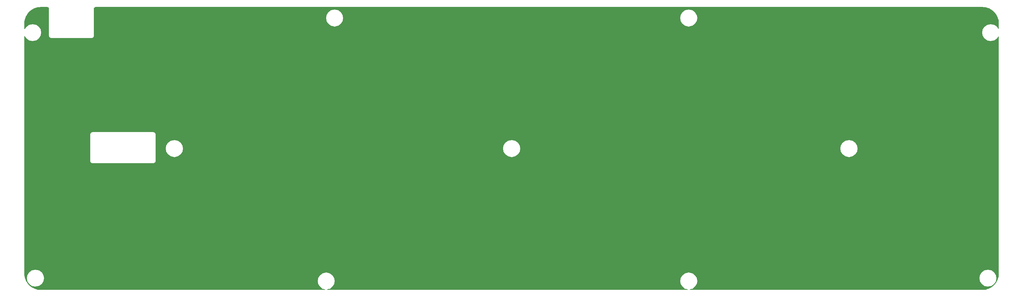
<source format=gtl>
G04 #@! TF.GenerationSoftware,KiCad,Pcbnew,8.0.5*
G04 #@! TF.CreationDate,2024-09-18T07:56:29+09:00*
G04 #@! TF.ProjectId,SandyLP_Plate_Bottom,53616e64-794c-4505-9f50-6c6174655f42,v.0*
G04 #@! TF.SameCoordinates,Original*
G04 #@! TF.FileFunction,Copper,L1,Top*
G04 #@! TF.FilePolarity,Positive*
%FSLAX46Y46*%
G04 Gerber Fmt 4.6, Leading zero omitted, Abs format (unit mm)*
G04 Created by KiCad (PCBNEW 8.0.5) date 2024-09-18 07:56:29*
%MOMM*%
%LPD*%
G01*
G04 APERTURE LIST*
G04 APERTURE END LIST*
G04 #@! TA.AperFunction,NonConductor*
G36*
X28076632Y-34598462D02*
G01*
X28089722Y-34600185D01*
X28173615Y-34611230D01*
X28198572Y-34617916D01*
X28282906Y-34652849D01*
X28305280Y-34665766D01*
X28377701Y-34721338D01*
X28395971Y-34739609D01*
X28451534Y-34812022D01*
X28464456Y-34834404D01*
X28499385Y-34918734D01*
X28506073Y-34943699D01*
X28518852Y-35040787D01*
X28519699Y-35053706D01*
X28519699Y-42606098D01*
X28519684Y-42606144D01*
X28519686Y-42721031D01*
X28519687Y-42721036D01*
X28519687Y-42721037D01*
X28548532Y-42866031D01*
X28548533Y-42866034D01*
X28548535Y-42866041D01*
X28589511Y-42964959D01*
X28605109Y-43002613D01*
X28687244Y-43125533D01*
X28687245Y-43125534D01*
X28791781Y-43230068D01*
X28914697Y-43312197D01*
X28914699Y-43312198D01*
X28914702Y-43312200D01*
X29051285Y-43368773D01*
X29196281Y-43397615D01*
X29240263Y-43397615D01*
X40400057Y-43397615D01*
X40400083Y-43397617D01*
X40404900Y-43397617D01*
X40404961Y-43397636D01*
X40445944Y-43397634D01*
X40445944Y-43397635D01*
X40519861Y-43397632D01*
X40664854Y-43368783D01*
X40801433Y-43312204D01*
X40924351Y-43230069D01*
X41028884Y-43125532D01*
X41111016Y-43002611D01*
X41167591Y-42866030D01*
X41196434Y-42721036D01*
X41196435Y-42647119D01*
X41196435Y-42612768D01*
X41196435Y-37719030D01*
X106764685Y-37719030D01*
X106864685Y-38519031D01*
X107162235Y-38995110D01*
X107364685Y-39319030D01*
X108164685Y-39919030D01*
X108898017Y-40065696D01*
X109164683Y-40119030D01*
X109164685Y-40119030D01*
X109164687Y-40119030D01*
X109664685Y-40019030D01*
X110164685Y-39919030D01*
X110964685Y-39319030D01*
X111464685Y-38519030D01*
X111564685Y-37719030D01*
X206777185Y-37719030D01*
X206877185Y-38519031D01*
X207310865Y-39212918D01*
X207377185Y-39319030D01*
X208177185Y-39919030D01*
X208510518Y-39985696D01*
X209177183Y-40119030D01*
X209177185Y-40119030D01*
X209177187Y-40119030D01*
X209677185Y-40019030D01*
X210177185Y-39919030D01*
X210977185Y-39319030D01*
X211477185Y-38519030D01*
X211577185Y-37719030D01*
X211477185Y-36919030D01*
X211467557Y-36903626D01*
X210977185Y-36119030D01*
X210749746Y-35948451D01*
X210177185Y-35519030D01*
X210177184Y-35519029D01*
X210177183Y-35519029D01*
X209177187Y-35319030D01*
X209177183Y-35319030D01*
X208177186Y-35519029D01*
X207377184Y-36119030D01*
X206877185Y-36919028D01*
X206777185Y-37719030D01*
X111564685Y-37719030D01*
X111464685Y-36919030D01*
X111455057Y-36903626D01*
X111452778Y-36899980D01*
X110964685Y-36119030D01*
X110164685Y-35519030D01*
X110164684Y-35519029D01*
X110164683Y-35519029D01*
X109164687Y-35319030D01*
X109164683Y-35319030D01*
X108164686Y-35519029D01*
X107364684Y-36119030D01*
X106864685Y-36919028D01*
X106764685Y-37719030D01*
X41196435Y-37719030D01*
X41196435Y-35053596D01*
X41197282Y-35040676D01*
X41198722Y-35029734D01*
X41210048Y-34943691D01*
X41216733Y-34918741D01*
X41251666Y-34834403D01*
X41264583Y-34812030D01*
X41320157Y-34739607D01*
X41338421Y-34721344D01*
X41410842Y-34665776D01*
X41433213Y-34652860D01*
X41517549Y-34617931D01*
X41542509Y-34611244D01*
X41639653Y-34598460D01*
X41652564Y-34597615D01*
X41680277Y-34597617D01*
X41680278Y-34597616D01*
X41691786Y-34597617D01*
X41691813Y-34597615D01*
X292118768Y-34597615D01*
X292123086Y-34597708D01*
X292518588Y-34614979D01*
X292527171Y-34615731D01*
X292917513Y-34667123D01*
X292926015Y-34668622D01*
X293310392Y-34753840D01*
X293318693Y-34756064D01*
X293694204Y-34874464D01*
X293702313Y-34877416D01*
X294066044Y-35028081D01*
X294073859Y-35031725D01*
X294423091Y-35213526D01*
X294430551Y-35217834D01*
X294762591Y-35429368D01*
X294762602Y-35429375D01*
X294769673Y-35434326D01*
X294964627Y-35583922D01*
X295082019Y-35674001D01*
X295088635Y-35679553D01*
X295378895Y-35945530D01*
X295385002Y-35951637D01*
X295650982Y-36241907D01*
X295656533Y-36248523D01*
X295896198Y-36560862D01*
X295901152Y-36567937D01*
X296112684Y-36899980D01*
X296117002Y-36907459D01*
X296298791Y-37256676D01*
X296302441Y-37264504D01*
X296453100Y-37628231D01*
X296456054Y-37636347D01*
X296574440Y-38011827D01*
X296576675Y-38020169D01*
X296661884Y-38404530D01*
X296663384Y-38413035D01*
X296714771Y-38803366D01*
X296715524Y-38811970D01*
X296732841Y-39208600D01*
X296732935Y-39212918D01*
X296732935Y-40674911D01*
X296714028Y-40733102D01*
X296664528Y-40769066D01*
X296603342Y-40769066D01*
X296553842Y-40733102D01*
X296549983Y-40727381D01*
X296245935Y-40240905D01*
X295816768Y-39919030D01*
X295445935Y-39640905D01*
X295445934Y-39640904D01*
X295445933Y-39640904D01*
X294445937Y-39440905D01*
X294445933Y-39440905D01*
X293445936Y-39640904D01*
X292645934Y-40240905D01*
X292145935Y-41040903D01*
X292045935Y-41840905D01*
X292145935Y-42640906D01*
X292645934Y-43440904D01*
X292645935Y-43440905D01*
X293445935Y-44040905D01*
X293779268Y-44107571D01*
X294445933Y-44240905D01*
X294445935Y-44240905D01*
X294445937Y-44240905D01*
X294945935Y-44140905D01*
X295445935Y-44040905D01*
X296245935Y-43440905D01*
X296549983Y-42954427D01*
X296596858Y-42915103D01*
X296657894Y-42910841D01*
X296709779Y-42943269D01*
X296732694Y-43000001D01*
X296732935Y-43006898D01*
X296732935Y-109994948D01*
X296732841Y-109999267D01*
X296715572Y-110394762D01*
X296714819Y-110403365D01*
X296663430Y-110793695D01*
X296661930Y-110802201D01*
X296576718Y-111186566D01*
X296574483Y-111194908D01*
X296456093Y-111570389D01*
X296453139Y-111578505D01*
X296302476Y-111942239D01*
X296298826Y-111950066D01*
X296117038Y-112299276D01*
X296112720Y-112306756D01*
X295901178Y-112638811D01*
X295896224Y-112645885D01*
X295656561Y-112958221D01*
X295651010Y-112964837D01*
X295385028Y-113255107D01*
X295378921Y-113261214D01*
X295088658Y-113527192D01*
X295082042Y-113532744D01*
X294769688Y-113772423D01*
X294762613Y-113777376D01*
X294430581Y-113988906D01*
X294423102Y-113993225D01*
X294073885Y-114175018D01*
X294066057Y-114178668D01*
X293702324Y-114329332D01*
X293694209Y-114332286D01*
X293318727Y-114450678D01*
X293310384Y-114452913D01*
X292926022Y-114538126D01*
X292917517Y-114539626D01*
X292527183Y-114591017D01*
X292518579Y-114591770D01*
X292123545Y-114609021D01*
X292119226Y-114609115D01*
X209570313Y-114609115D01*
X209512122Y-114590208D01*
X209476158Y-114540708D01*
X209476158Y-114479522D01*
X209512122Y-114430022D01*
X209550897Y-114413038D01*
X209864040Y-114350409D01*
X210177185Y-114287780D01*
X210977185Y-113687780D01*
X211477185Y-112887780D01*
X211577185Y-112087780D01*
X211477185Y-111287780D01*
X291245935Y-111287780D01*
X291345935Y-112087781D01*
X291845934Y-112887779D01*
X291845935Y-112887780D01*
X292645935Y-113487780D01*
X292842995Y-113527192D01*
X293645933Y-113687780D01*
X293645935Y-113687780D01*
X293645937Y-113687780D01*
X294145935Y-113587780D01*
X294645935Y-113487780D01*
X295445935Y-112887780D01*
X295945935Y-112087780D01*
X296045935Y-111287780D01*
X295945935Y-110487780D01*
X295445935Y-109687780D01*
X294645935Y-109087780D01*
X294645934Y-109087779D01*
X294645933Y-109087779D01*
X293645937Y-108887780D01*
X293645933Y-108887780D01*
X292645936Y-109087779D01*
X291845934Y-109687780D01*
X291345935Y-110487778D01*
X291245935Y-111287780D01*
X211477185Y-111287780D01*
X211419139Y-111194907D01*
X210977185Y-110487780D01*
X210325834Y-109999267D01*
X210177185Y-109887780D01*
X210177184Y-109887779D01*
X210177183Y-109887779D01*
X209177187Y-109687780D01*
X209177183Y-109687780D01*
X208177186Y-109887779D01*
X207377184Y-110487780D01*
X206877185Y-111287778D01*
X206777185Y-112087780D01*
X206877185Y-112887781D01*
X207377184Y-113687779D01*
X207377185Y-113687780D01*
X208177185Y-114287780D01*
X208384890Y-114329321D01*
X208803473Y-114413038D01*
X208856825Y-114442990D01*
X208882383Y-114498582D01*
X208870383Y-114558579D01*
X208825410Y-114600064D01*
X208784057Y-114609115D01*
X107176563Y-114609115D01*
X107118372Y-114590208D01*
X107082408Y-114540708D01*
X107082408Y-114479522D01*
X107118372Y-114430022D01*
X107157147Y-114413038D01*
X107470290Y-114350409D01*
X107783435Y-114287780D01*
X108583435Y-113687780D01*
X109083435Y-112887780D01*
X109183435Y-112087780D01*
X109083435Y-111287780D01*
X109025389Y-111194907D01*
X108583435Y-110487780D01*
X107932084Y-109999267D01*
X107783435Y-109887780D01*
X107783434Y-109887779D01*
X107783433Y-109887779D01*
X106783437Y-109687780D01*
X106783433Y-109687780D01*
X105783436Y-109887779D01*
X104983434Y-110487780D01*
X104483435Y-111287778D01*
X104383435Y-112087780D01*
X104483435Y-112887781D01*
X104983434Y-113687779D01*
X104983435Y-113687780D01*
X105783435Y-114287780D01*
X105991140Y-114329321D01*
X106409723Y-114413038D01*
X106463075Y-114442990D01*
X106488633Y-114498582D01*
X106476633Y-114558579D01*
X106431660Y-114600064D01*
X106390307Y-114609115D01*
X26173100Y-114609115D01*
X26168782Y-114609021D01*
X25773288Y-114591753D01*
X25764684Y-114591000D01*
X25374354Y-114539612D01*
X25365848Y-114538112D01*
X24981484Y-114452900D01*
X24973142Y-114450665D01*
X24597661Y-114332275D01*
X24589545Y-114329321D01*
X24225812Y-114178658D01*
X24217985Y-114175008D01*
X23868775Y-113993221D01*
X23861295Y-113988903D01*
X23529241Y-113777361D01*
X23522174Y-113772412D01*
X23209826Y-113532739D01*
X23203216Y-113527192D01*
X22912947Y-113261210D01*
X22906839Y-113255102D01*
X22640857Y-112964833D01*
X22635309Y-112958221D01*
X22395633Y-112645871D01*
X22390688Y-112638808D01*
X22179146Y-112306754D01*
X22174828Y-112299274D01*
X22064732Y-112087781D01*
X21993037Y-111950057D01*
X21989391Y-111942237D01*
X21963210Y-111879031D01*
X21838728Y-111578504D01*
X21835774Y-111570388D01*
X21805979Y-111475890D01*
X21746667Y-111287780D01*
X22295935Y-111287780D01*
X22395935Y-112087781D01*
X22895934Y-112887779D01*
X22895935Y-112887780D01*
X23695935Y-113487780D01*
X23892995Y-113527192D01*
X24695933Y-113687780D01*
X24695935Y-113687780D01*
X24695937Y-113687780D01*
X25195935Y-113587780D01*
X25695935Y-113487780D01*
X26495935Y-112887780D01*
X26995935Y-112087780D01*
X27095935Y-111287780D01*
X26995935Y-110487780D01*
X26495935Y-109687780D01*
X25695935Y-109087780D01*
X25695934Y-109087779D01*
X25695933Y-109087779D01*
X24695937Y-108887780D01*
X24695933Y-108887780D01*
X23695936Y-109087779D01*
X22895934Y-109687780D01*
X22395935Y-110487778D01*
X22295935Y-111287780D01*
X21746667Y-111287780D01*
X21717379Y-111194891D01*
X21715153Y-111186581D01*
X21629933Y-110802183D01*
X21628440Y-110793714D01*
X21577047Y-110403352D01*
X21576297Y-110394773D01*
X21559029Y-109999267D01*
X21558935Y-109994949D01*
X21558935Y-77988244D01*
X40146857Y-77988244D01*
X40146862Y-78103069D01*
X40146863Y-78103077D01*
X40175713Y-78248063D01*
X40175714Y-78248067D01*
X40232295Y-78384645D01*
X40314437Y-78507569D01*
X40418977Y-78612100D01*
X40541877Y-78694213D01*
X40541905Y-78694232D01*
X40678491Y-78750803D01*
X40823490Y-78779643D01*
X40897409Y-78779641D01*
X57827267Y-78779641D01*
X57827293Y-78779643D01*
X57832129Y-78779643D01*
X57832146Y-78779648D01*
X57832146Y-78779645D01*
X57873154Y-78779642D01*
X57873154Y-78779643D01*
X57947069Y-78779639D01*
X58092058Y-78750791D01*
X58228634Y-78694213D01*
X58351550Y-78612080D01*
X58456082Y-78507548D01*
X58538214Y-78384632D01*
X58594791Y-78248056D01*
X58623639Y-78103067D01*
X58623640Y-78073739D01*
X58623643Y-78073724D01*
X58623643Y-78029130D01*
X58623645Y-77985375D01*
X58623643Y-77985343D01*
X58623643Y-74628405D01*
X61520935Y-74628405D01*
X61620935Y-75428406D01*
X62120934Y-76228404D01*
X62120935Y-76228405D01*
X62920935Y-76828405D01*
X63254268Y-76895071D01*
X63920933Y-77028405D01*
X63920935Y-77028405D01*
X63920937Y-77028405D01*
X64420935Y-76928405D01*
X64920935Y-76828405D01*
X65720935Y-76228405D01*
X66220935Y-75428405D01*
X66320935Y-74628405D01*
X156770935Y-74628405D01*
X156870935Y-75428406D01*
X157370934Y-76228404D01*
X157370935Y-76228405D01*
X158170935Y-76828405D01*
X158904267Y-76975071D01*
X159170933Y-77028405D01*
X159170935Y-77028405D01*
X159170937Y-77028405D01*
X159670935Y-76928405D01*
X160170935Y-76828405D01*
X160970935Y-76228405D01*
X161470935Y-75428405D01*
X161570935Y-74628405D01*
X252020935Y-74628405D01*
X252120935Y-75428406D01*
X252620934Y-76228404D01*
X252620935Y-76228405D01*
X253420935Y-76828405D01*
X254154267Y-76975071D01*
X254420933Y-77028405D01*
X254420935Y-77028405D01*
X254420937Y-77028405D01*
X254920935Y-76928405D01*
X255420935Y-76828405D01*
X256220935Y-76228405D01*
X256720935Y-75428405D01*
X256820935Y-74628405D01*
X256720935Y-73828405D01*
X256220935Y-73028405D01*
X255420935Y-72428405D01*
X255420934Y-72428404D01*
X255420933Y-72428404D01*
X254420937Y-72228405D01*
X254420933Y-72228405D01*
X253420936Y-72428404D01*
X252620934Y-73028405D01*
X252120935Y-73828403D01*
X252020935Y-74628405D01*
X161570935Y-74628405D01*
X161470935Y-73828405D01*
X160970935Y-73028405D01*
X160170935Y-72428405D01*
X160170934Y-72428404D01*
X160170933Y-72428404D01*
X159170937Y-72228405D01*
X159170933Y-72228405D01*
X158170936Y-72428404D01*
X157370934Y-73028405D01*
X156870935Y-73828403D01*
X156770935Y-74628405D01*
X66320935Y-74628405D01*
X66220935Y-73828405D01*
X65720935Y-73028405D01*
X64920935Y-72428405D01*
X64920934Y-72428404D01*
X64920933Y-72428404D01*
X63920937Y-72228405D01*
X63920933Y-72228405D01*
X62920936Y-72428404D01*
X62120934Y-73028405D01*
X61620935Y-73828403D01*
X61520935Y-74628405D01*
X58623643Y-74628405D01*
X58623643Y-70689866D01*
X58623561Y-70689044D01*
X58623564Y-70655238D01*
X58594734Y-70510249D01*
X58538173Y-70373671D01*
X58538169Y-70373666D01*
X58538167Y-70373661D01*
X58456058Y-70250757D01*
X58456057Y-70250755D01*
X58351532Y-70146215D01*
X58351457Y-70146165D01*
X58228623Y-70064077D01*
X58228622Y-70064076D01*
X58092057Y-70007497D01*
X58092049Y-70007495D01*
X57947073Y-69978646D01*
X57947064Y-69978645D01*
X57914609Y-69978643D01*
X57914587Y-69978641D01*
X57903079Y-69978641D01*
X57873154Y-69978641D01*
X57827293Y-69978638D01*
X57827267Y-69978641D01*
X40938450Y-69978641D01*
X40938345Y-69978607D01*
X40897409Y-69978607D01*
X40823488Y-69978607D01*
X40823485Y-69978607D01*
X40678489Y-70007448D01*
X40678487Y-70007449D01*
X40541897Y-70064028D01*
X40541892Y-70064031D01*
X40418978Y-70146162D01*
X40314441Y-70250704D01*
X40314436Y-70250710D01*
X40232308Y-70373634D01*
X40232305Y-70373640D01*
X40175739Y-70510222D01*
X40175736Y-70510229D01*
X40146903Y-70655228D01*
X40146903Y-70655234D01*
X40146907Y-70729131D01*
X40146907Y-77985343D01*
X40146904Y-77985375D01*
X40146904Y-77988100D01*
X40146857Y-77988244D01*
X21558935Y-77988244D01*
X21558935Y-42926898D01*
X21577842Y-42868707D01*
X21627342Y-42832743D01*
X21688528Y-42832743D01*
X21738028Y-42868707D01*
X21741887Y-42874428D01*
X22068888Y-43397631D01*
X22095935Y-43440905D01*
X22895935Y-44040905D01*
X23229268Y-44107571D01*
X23895933Y-44240905D01*
X23895935Y-44240905D01*
X23895937Y-44240905D01*
X24395935Y-44140905D01*
X24895935Y-44040905D01*
X25695935Y-43440905D01*
X26195935Y-42640905D01*
X26295935Y-41840905D01*
X26195935Y-41040905D01*
X26077224Y-40850968D01*
X25695935Y-40240905D01*
X25266768Y-39919030D01*
X24895935Y-39640905D01*
X24895934Y-39640904D01*
X24895933Y-39640904D01*
X23895937Y-39440905D01*
X23895933Y-39440905D01*
X22895936Y-39640904D01*
X22095934Y-40240905D01*
X21741887Y-40807381D01*
X21695012Y-40846706D01*
X21633976Y-40850968D01*
X21582091Y-40818540D01*
X21559176Y-40761808D01*
X21558935Y-40754911D01*
X21558935Y-39211780D01*
X21559029Y-39207462D01*
X21568300Y-38995110D01*
X21576297Y-38811954D01*
X21577049Y-38803366D01*
X21628440Y-38413011D01*
X21629933Y-38404550D01*
X21715154Y-38020142D01*
X21717383Y-38011827D01*
X21835776Y-37636334D01*
X21838728Y-37628225D01*
X21989398Y-37264475D01*
X21993036Y-37256676D01*
X22174833Y-36907445D01*
X22179143Y-36899980D01*
X22390695Y-36567909D01*
X22395631Y-36560862D01*
X22635321Y-36248492D01*
X22640850Y-36241903D01*
X22906846Y-35951619D01*
X22912939Y-35945526D01*
X23203223Y-35679530D01*
X23209812Y-35674001D01*
X23522188Y-35434305D01*
X23529229Y-35429375D01*
X23861304Y-35217820D01*
X23868765Y-35213513D01*
X24218001Y-35031713D01*
X24225795Y-35028078D01*
X24589552Y-34877405D01*
X24597654Y-34874456D01*
X24973163Y-34756058D01*
X24981462Y-34753834D01*
X25365870Y-34668613D01*
X25374331Y-34667120D01*
X25764699Y-34615727D01*
X25773274Y-34614977D01*
X26168782Y-34597708D01*
X26173100Y-34597615D01*
X26205286Y-34597615D01*
X28035849Y-34597615D01*
X28063711Y-34597615D01*
X28076632Y-34598462D01*
G37*
G04 #@! TD.AperFunction*
M02*

</source>
